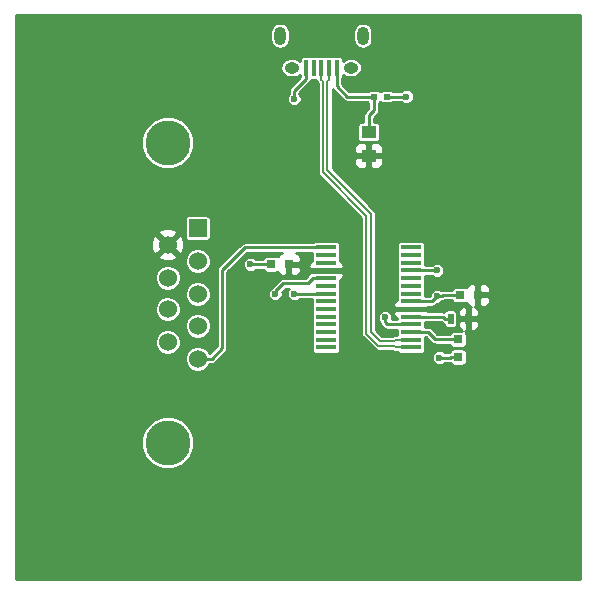
<source format=gtl>
G04 #@! TF.FileFunction,Copper,L1,Top,Signal*
%FSLAX46Y46*%
G04 Gerber Fmt 4.6, Leading zero omitted, Abs format (unit mm)*
G04 Created by KiCad (PCBNEW 4.0.2-stable) date Wed 04 May 2016 04:46:57 PM EDT*
%MOMM*%
G01*
G04 APERTURE LIST*
%ADD10C,0.100000*%
%ADD11R,0.600000X0.500000*%
%ADD12R,0.800000X0.750000*%
%ADD13R,0.750000X0.800000*%
%ADD14C,3.810000*%
%ADD15R,1.524000X1.524000*%
%ADD16C,1.524000*%
%ADD17R,1.250000X1.000000*%
%ADD18R,0.400000X1.350000*%
%ADD19O,1.250000X0.950000*%
%ADD20O,1.000000X1.550000*%
%ADD21R,1.750000X0.450000*%
%ADD22R,0.500000X0.900000*%
%ADD23C,0.600000*%
%ADD24C,0.250000*%
%ADD25C,0.200000*%
%ADD26C,0.254000*%
G04 APERTURE END LIST*
D10*
D11*
X161450000Y-78000000D03*
X162550000Y-78000000D03*
D12*
X154250000Y-92200000D03*
X152750000Y-92200000D03*
X170250000Y-94800000D03*
X168750000Y-94800000D03*
D13*
X168600000Y-98550000D03*
X168600000Y-100050000D03*
D14*
X144000000Y-81903000D03*
X144000000Y-107303000D03*
D15*
X146540000Y-89142000D03*
D16*
X146540000Y-91936000D03*
X146540000Y-94730000D03*
X146540000Y-97397000D03*
X146540000Y-100191000D03*
X144000000Y-98794000D03*
X144000000Y-96000000D03*
X144000000Y-93333000D03*
X144000000Y-90539000D03*
D17*
X161000000Y-81000000D03*
X161000000Y-83000000D03*
D18*
X158300900Y-75562540D03*
X157650900Y-75562540D03*
X157000900Y-75562540D03*
X156350900Y-75562540D03*
X155700900Y-75562540D03*
D19*
X159500900Y-75562540D03*
X154500900Y-75562540D03*
D20*
X160500900Y-72862540D03*
X153500900Y-72862540D03*
D21*
X157400000Y-90775000D03*
X157400000Y-91425000D03*
X157400000Y-92075000D03*
X157400000Y-92725000D03*
X157400000Y-93375000D03*
X157400000Y-94025000D03*
X157400000Y-94675000D03*
X157400000Y-95325000D03*
X157400000Y-95975000D03*
X157400000Y-96625000D03*
X157400000Y-97275000D03*
X157400000Y-97925000D03*
X157400000Y-98575000D03*
X157400000Y-99225000D03*
X164600000Y-99225000D03*
X164600000Y-98575000D03*
X164600000Y-97925000D03*
X164600000Y-97275000D03*
X164600000Y-96625000D03*
X164600000Y-95975000D03*
X164600000Y-95325000D03*
X164600000Y-94675000D03*
X164600000Y-94025000D03*
X164600000Y-93375000D03*
X164600000Y-92725000D03*
X164600000Y-92075000D03*
X164600000Y-91425000D03*
X164600000Y-90775000D03*
D22*
X167950000Y-96800000D03*
X169450000Y-96800000D03*
D23*
X162400000Y-96700000D03*
X151000000Y-92200000D03*
X167000000Y-100100000D03*
X166775000Y-92725000D03*
X166800000Y-94900000D03*
X154725000Y-94675000D03*
X154700000Y-78200000D03*
X164200000Y-78000000D03*
X153100000Y-94700000D03*
D24*
X161000000Y-79600000D02*
X161450000Y-79150000D01*
X161450000Y-79150000D02*
X161450000Y-78000000D01*
X161000000Y-81000000D02*
X161000000Y-79600000D01*
X158300900Y-77100900D02*
X159200000Y-78000000D01*
X159200000Y-78000000D02*
X161450000Y-78000000D01*
X158300900Y-75562540D02*
X158300900Y-77100900D01*
X162575000Y-97275000D02*
X162400000Y-97100000D01*
X162400000Y-97100000D02*
X162400000Y-96700000D01*
X164600000Y-97275000D02*
X162575000Y-97275000D01*
X152750000Y-92200000D02*
X151000000Y-92200000D01*
X167324264Y-94800000D02*
X168750000Y-94800000D01*
X166800000Y-94900000D02*
X167224264Y-94900000D01*
X167224264Y-94900000D02*
X167324264Y-94800000D01*
X167925000Y-100100000D02*
X167000000Y-100100000D01*
X168600000Y-100050000D02*
X167975000Y-100050000D01*
X167975000Y-100050000D02*
X167925000Y-100100000D01*
X164600000Y-92725000D02*
X166775000Y-92725000D01*
X166375000Y-95325000D02*
X166800000Y-94900000D01*
X164600000Y-95325000D02*
X166375000Y-95325000D01*
X157400000Y-94675000D02*
X154725000Y-94675000D01*
X154700000Y-77488440D02*
X154700000Y-78200000D01*
X155700900Y-75562540D02*
X155700900Y-76487540D01*
X155700900Y-76487540D02*
X154700000Y-77488440D01*
X162600000Y-78000000D02*
X164200000Y-78000000D01*
X162550000Y-78000000D02*
X162600000Y-78000000D01*
X166025000Y-97925000D02*
X166650000Y-98550000D01*
X166650000Y-98550000D02*
X168600000Y-98550000D01*
X164600000Y-97925000D02*
X166025000Y-97925000D01*
X157400000Y-90775000D02*
X150525000Y-90775000D01*
X150525000Y-90775000D02*
X148600000Y-92700000D01*
X148600000Y-92700000D02*
X148600000Y-99300000D01*
X148600000Y-99300000D02*
X147709000Y-100191000D01*
X147709000Y-100191000D02*
X146540000Y-100191000D01*
X153800000Y-93800000D02*
X153100000Y-94500000D01*
X153100000Y-94500000D02*
X153100000Y-94700000D01*
X155850000Y-93800000D02*
X153800000Y-93800000D01*
X157400000Y-93375000D02*
X156275000Y-93375000D01*
X156275000Y-93375000D02*
X155850000Y-93800000D01*
D25*
X161200000Y-97917158D02*
X161982842Y-98700000D01*
X161982842Y-98700000D02*
X163162500Y-98700000D01*
X163162500Y-98700000D02*
X163287500Y-98575000D01*
X163287500Y-98575000D02*
X164600000Y-98575000D01*
X161200000Y-87917158D02*
X161200000Y-97917158D01*
X157525900Y-84243058D02*
X161200000Y-87917158D01*
X157525900Y-76700040D02*
X157525900Y-84243058D01*
X157650900Y-75562540D02*
X157650900Y-76575040D01*
X157650900Y-76575040D02*
X157525900Y-76700040D01*
X160800000Y-98082842D02*
X161817158Y-99100000D01*
X163162500Y-99100000D02*
X163287500Y-99225000D01*
X163287500Y-99225000D02*
X164600000Y-99225000D01*
X161817158Y-99100000D02*
X163162500Y-99100000D01*
X160800000Y-88082842D02*
X160800000Y-98082842D01*
X157125900Y-84408742D02*
X160800000Y-88082842D01*
X157000900Y-75562540D02*
X157000900Y-76575040D01*
X157000900Y-76575040D02*
X157125900Y-76700040D01*
X157125900Y-76700040D02*
X157125900Y-84408742D01*
D24*
X167950000Y-96800000D02*
X167450000Y-96800000D01*
X167450000Y-96800000D02*
X167275000Y-96625000D01*
X167275000Y-96625000D02*
X165725000Y-96625000D01*
X165725000Y-96625000D02*
X164600000Y-96625000D01*
D26*
G36*
X178873000Y-118873000D02*
X131127000Y-118873000D01*
X131127000Y-107745024D01*
X141767614Y-107745024D01*
X142106700Y-108565674D01*
X142734023Y-109194094D01*
X143554080Y-109534611D01*
X144442024Y-109535386D01*
X145262674Y-109196300D01*
X145891094Y-108568977D01*
X146231611Y-107748920D01*
X146232386Y-106860976D01*
X145893300Y-106040326D01*
X145265977Y-105411906D01*
X144445920Y-105071389D01*
X143557976Y-105070614D01*
X142737326Y-105409700D01*
X142108906Y-106037023D01*
X141768389Y-106857080D01*
X141767614Y-107745024D01*
X131127000Y-107745024D01*
X131127000Y-100406665D01*
X145450811Y-100406665D01*
X145616252Y-100807063D01*
X145922326Y-101113671D01*
X146322434Y-101279811D01*
X146755665Y-101280189D01*
X147156063Y-101114748D01*
X147462671Y-100808674D01*
X147531465Y-100643000D01*
X147709000Y-100643000D01*
X147881973Y-100608594D01*
X148028612Y-100510612D01*
X148315053Y-100224171D01*
X166372891Y-100224171D01*
X166468145Y-100454703D01*
X166644369Y-100631235D01*
X166874735Y-100726891D01*
X167124171Y-100727109D01*
X167354703Y-100631855D01*
X167434698Y-100552000D01*
X167910786Y-100552000D01*
X167914395Y-100571179D01*
X167986012Y-100682474D01*
X168095286Y-100757138D01*
X168225000Y-100783406D01*
X168975000Y-100783406D01*
X169096179Y-100760605D01*
X169207474Y-100688988D01*
X169282138Y-100579714D01*
X169308406Y-100450000D01*
X169308406Y-99650000D01*
X169285605Y-99528821D01*
X169213988Y-99417526D01*
X169104714Y-99342862D01*
X168975000Y-99316594D01*
X168225000Y-99316594D01*
X168103821Y-99339395D01*
X167992526Y-99411012D01*
X167917862Y-99520286D01*
X167899066Y-99613104D01*
X167802027Y-99632406D01*
X167778689Y-99648000D01*
X167434728Y-99648000D01*
X167355631Y-99568765D01*
X167125265Y-99473109D01*
X166875829Y-99472891D01*
X166645297Y-99568145D01*
X166468765Y-99744369D01*
X166373109Y-99974735D01*
X166372891Y-100224171D01*
X148315053Y-100224171D01*
X148919612Y-99619612D01*
X149017594Y-99472973D01*
X149017610Y-99472891D01*
X149052000Y-99300000D01*
X149052000Y-94824171D01*
X152472891Y-94824171D01*
X152568145Y-95054703D01*
X152744369Y-95231235D01*
X152974735Y-95326891D01*
X153224171Y-95327109D01*
X153454703Y-95231855D01*
X153631235Y-95055631D01*
X153726891Y-94825265D01*
X153727109Y-94575829D01*
X153708480Y-94530744D01*
X153987225Y-94252000D01*
X154261252Y-94252000D01*
X154193765Y-94319369D01*
X154098109Y-94549735D01*
X154097891Y-94799171D01*
X154193145Y-95029703D01*
X154369369Y-95206235D01*
X154599735Y-95301891D01*
X154849171Y-95302109D01*
X155079703Y-95206855D01*
X155159698Y-95127000D01*
X156191594Y-95127000D01*
X156191594Y-95550000D01*
X156211101Y-95653673D01*
X156191594Y-95750000D01*
X156191594Y-96200000D01*
X156211101Y-96303673D01*
X156191594Y-96400000D01*
X156191594Y-96850000D01*
X156211101Y-96953673D01*
X156191594Y-97050000D01*
X156191594Y-97500000D01*
X156211101Y-97603673D01*
X156191594Y-97700000D01*
X156191594Y-98150000D01*
X156211101Y-98253673D01*
X156191594Y-98350000D01*
X156191594Y-98800000D01*
X156211101Y-98903673D01*
X156191594Y-99000000D01*
X156191594Y-99450000D01*
X156214395Y-99571179D01*
X156286012Y-99682474D01*
X156395286Y-99757138D01*
X156525000Y-99783406D01*
X158275000Y-99783406D01*
X158396179Y-99760605D01*
X158507474Y-99688988D01*
X158582138Y-99579714D01*
X158608406Y-99450000D01*
X158608406Y-99000000D01*
X158588899Y-98896327D01*
X158608406Y-98800000D01*
X158608406Y-98350000D01*
X158588899Y-98246327D01*
X158608406Y-98150000D01*
X158608406Y-97700000D01*
X158588899Y-97596327D01*
X158608406Y-97500000D01*
X158608406Y-97050000D01*
X158588899Y-96946327D01*
X158608406Y-96850000D01*
X158608406Y-96400000D01*
X158588899Y-96296327D01*
X158608406Y-96200000D01*
X158608406Y-95750000D01*
X158588899Y-95646327D01*
X158608406Y-95550000D01*
X158608406Y-95100000D01*
X158588899Y-94996327D01*
X158608406Y-94900000D01*
X158608406Y-94450000D01*
X158588899Y-94346327D01*
X158608406Y-94250000D01*
X158608406Y-93800000D01*
X158588899Y-93696327D01*
X158608406Y-93600000D01*
X158608406Y-93499218D01*
X158634698Y-93488327D01*
X158813327Y-93309699D01*
X158910000Y-93076310D01*
X158910000Y-92996250D01*
X158751250Y-92837500D01*
X158378236Y-92837500D01*
X158275000Y-92816594D01*
X156525000Y-92816594D01*
X156413892Y-92837500D01*
X156048750Y-92837500D01*
X155890000Y-92996250D01*
X155890000Y-93076310D01*
X155903024Y-93107752D01*
X155662776Y-93348000D01*
X153800000Y-93348000D01*
X153664260Y-93375000D01*
X153627026Y-93382406D01*
X153480387Y-93480388D01*
X152825960Y-94134816D01*
X152745297Y-94168145D01*
X152568765Y-94344369D01*
X152473109Y-94574735D01*
X152472891Y-94824171D01*
X149052000Y-94824171D01*
X149052000Y-92887224D01*
X150712224Y-91227000D01*
X153634365Y-91227000D01*
X153490302Y-91286673D01*
X153311673Y-91465301D01*
X153287654Y-91523287D01*
X153279714Y-91517862D01*
X153150000Y-91491594D01*
X152350000Y-91491594D01*
X152228821Y-91514395D01*
X152117526Y-91586012D01*
X152042862Y-91695286D01*
X152032187Y-91748000D01*
X151434728Y-91748000D01*
X151355631Y-91668765D01*
X151125265Y-91573109D01*
X150875829Y-91572891D01*
X150645297Y-91668145D01*
X150468765Y-91844369D01*
X150373109Y-92074735D01*
X150372891Y-92324171D01*
X150468145Y-92554703D01*
X150644369Y-92731235D01*
X150874735Y-92826891D01*
X151124171Y-92827109D01*
X151354703Y-92731855D01*
X151434698Y-92652000D01*
X152031082Y-92652000D01*
X152039395Y-92696179D01*
X152111012Y-92807474D01*
X152220286Y-92882138D01*
X152350000Y-92908406D01*
X153150000Y-92908406D01*
X153271179Y-92885605D01*
X153287095Y-92875363D01*
X153311673Y-92934699D01*
X153490302Y-93113327D01*
X153723691Y-93210000D01*
X153964250Y-93210000D01*
X154123000Y-93051250D01*
X154123000Y-92327000D01*
X154377000Y-92327000D01*
X154377000Y-93051250D01*
X154535750Y-93210000D01*
X154776309Y-93210000D01*
X155009698Y-93113327D01*
X155188327Y-92934699D01*
X155285000Y-92701310D01*
X155285000Y-92485750D01*
X155126250Y-92327000D01*
X154377000Y-92327000D01*
X154123000Y-92327000D01*
X154103000Y-92327000D01*
X154103000Y-92073000D01*
X154123000Y-92073000D01*
X154123000Y-92053000D01*
X154377000Y-92053000D01*
X154377000Y-92073000D01*
X155126250Y-92073000D01*
X155285000Y-91914250D01*
X155285000Y-91698690D01*
X155188327Y-91465301D01*
X155009698Y-91286673D01*
X154865635Y-91227000D01*
X156191594Y-91227000D01*
X156191594Y-91650000D01*
X156211101Y-91753673D01*
X156191594Y-91850000D01*
X156191594Y-91950782D01*
X156165302Y-91961673D01*
X155986673Y-92140301D01*
X155890000Y-92373690D01*
X155890000Y-92453750D01*
X156048750Y-92612500D01*
X156421764Y-92612500D01*
X156525000Y-92633406D01*
X158275000Y-92633406D01*
X158386108Y-92612500D01*
X158751250Y-92612500D01*
X158910000Y-92453750D01*
X158910000Y-92373690D01*
X158813327Y-92140301D01*
X158634698Y-91961673D01*
X158608406Y-91950782D01*
X158608406Y-91850000D01*
X158588899Y-91746327D01*
X158608406Y-91650000D01*
X158608406Y-91200000D01*
X158588899Y-91096327D01*
X158608406Y-91000000D01*
X158608406Y-90550000D01*
X158585605Y-90428821D01*
X158513988Y-90317526D01*
X158404714Y-90242862D01*
X158275000Y-90216594D01*
X156525000Y-90216594D01*
X156403821Y-90239395D01*
X156292526Y-90311012D01*
X156284335Y-90323000D01*
X150525000Y-90323000D01*
X150352027Y-90357406D01*
X150205388Y-90455388D01*
X148280388Y-92380388D01*
X148182406Y-92527027D01*
X148148000Y-92700000D01*
X148148000Y-99112776D01*
X147528683Y-99732093D01*
X147463748Y-99574937D01*
X147157674Y-99268329D01*
X146757566Y-99102189D01*
X146324335Y-99101811D01*
X145923937Y-99267252D01*
X145617329Y-99573326D01*
X145451189Y-99973434D01*
X145450811Y-100406665D01*
X131127000Y-100406665D01*
X131127000Y-99009665D01*
X142910811Y-99009665D01*
X143076252Y-99410063D01*
X143382326Y-99716671D01*
X143782434Y-99882811D01*
X144215665Y-99883189D01*
X144616063Y-99717748D01*
X144922671Y-99411674D01*
X145088811Y-99011566D01*
X145089189Y-98578335D01*
X144923748Y-98177937D01*
X144617674Y-97871329D01*
X144217566Y-97705189D01*
X143784335Y-97704811D01*
X143383937Y-97870252D01*
X143077329Y-98176326D01*
X142911189Y-98576434D01*
X142910811Y-99009665D01*
X131127000Y-99009665D01*
X131127000Y-97612665D01*
X145450811Y-97612665D01*
X145616252Y-98013063D01*
X145922326Y-98319671D01*
X146322434Y-98485811D01*
X146755665Y-98486189D01*
X147156063Y-98320748D01*
X147462671Y-98014674D01*
X147628811Y-97614566D01*
X147629189Y-97181335D01*
X147463748Y-96780937D01*
X147157674Y-96474329D01*
X146757566Y-96308189D01*
X146324335Y-96307811D01*
X145923937Y-96473252D01*
X145617329Y-96779326D01*
X145451189Y-97179434D01*
X145450811Y-97612665D01*
X131127000Y-97612665D01*
X131127000Y-96215665D01*
X142910811Y-96215665D01*
X143076252Y-96616063D01*
X143382326Y-96922671D01*
X143782434Y-97088811D01*
X144215665Y-97089189D01*
X144616063Y-96923748D01*
X144922671Y-96617674D01*
X145088811Y-96217566D01*
X145089189Y-95784335D01*
X144923748Y-95383937D01*
X144617674Y-95077329D01*
X144300594Y-94945665D01*
X145450811Y-94945665D01*
X145616252Y-95346063D01*
X145922326Y-95652671D01*
X146322434Y-95818811D01*
X146755665Y-95819189D01*
X147156063Y-95653748D01*
X147462671Y-95347674D01*
X147628811Y-94947566D01*
X147629189Y-94514335D01*
X147463748Y-94113937D01*
X147157674Y-93807329D01*
X146757566Y-93641189D01*
X146324335Y-93640811D01*
X145923937Y-93806252D01*
X145617329Y-94112326D01*
X145451189Y-94512434D01*
X145450811Y-94945665D01*
X144300594Y-94945665D01*
X144217566Y-94911189D01*
X143784335Y-94910811D01*
X143383937Y-95076252D01*
X143077329Y-95382326D01*
X142911189Y-95782434D01*
X142910811Y-96215665D01*
X131127000Y-96215665D01*
X131127000Y-93548665D01*
X142910811Y-93548665D01*
X143076252Y-93949063D01*
X143382326Y-94255671D01*
X143782434Y-94421811D01*
X144215665Y-94422189D01*
X144616063Y-94256748D01*
X144922671Y-93950674D01*
X145088811Y-93550566D01*
X145089189Y-93117335D01*
X144923748Y-92716937D01*
X144617674Y-92410329D01*
X144217566Y-92244189D01*
X143784335Y-92243811D01*
X143383937Y-92409252D01*
X143077329Y-92715326D01*
X142911189Y-93115434D01*
X142910811Y-93548665D01*
X131127000Y-93548665D01*
X131127000Y-92151665D01*
X145450811Y-92151665D01*
X145616252Y-92552063D01*
X145922326Y-92858671D01*
X146322434Y-93024811D01*
X146755665Y-93025189D01*
X147156063Y-92859748D01*
X147462671Y-92553674D01*
X147628811Y-92153566D01*
X147629189Y-91720335D01*
X147463748Y-91319937D01*
X147157674Y-91013329D01*
X146757566Y-90847189D01*
X146324335Y-90846811D01*
X145923937Y-91012252D01*
X145617329Y-91318326D01*
X145451189Y-91718434D01*
X145450811Y-92151665D01*
X131127000Y-92151665D01*
X131127000Y-91519213D01*
X143199392Y-91519213D01*
X143268857Y-91761397D01*
X143792302Y-91948144D01*
X144347368Y-91920362D01*
X144731143Y-91761397D01*
X144800608Y-91519213D01*
X144000000Y-90718605D01*
X143199392Y-91519213D01*
X131127000Y-91519213D01*
X131127000Y-90331302D01*
X142590856Y-90331302D01*
X142618638Y-90886368D01*
X142777603Y-91270143D01*
X143019787Y-91339608D01*
X143820395Y-90539000D01*
X144179605Y-90539000D01*
X144980213Y-91339608D01*
X145222397Y-91270143D01*
X145409144Y-90746698D01*
X145381362Y-90191632D01*
X145222397Y-89807857D01*
X144980213Y-89738392D01*
X144179605Y-90539000D01*
X143820395Y-90539000D01*
X143019787Y-89738392D01*
X142777603Y-89807857D01*
X142590856Y-90331302D01*
X131127000Y-90331302D01*
X131127000Y-89558787D01*
X143199392Y-89558787D01*
X144000000Y-90359395D01*
X144800608Y-89558787D01*
X144731143Y-89316603D01*
X144207698Y-89129856D01*
X143652632Y-89157638D01*
X143268857Y-89316603D01*
X143199392Y-89558787D01*
X131127000Y-89558787D01*
X131127000Y-88380000D01*
X145444594Y-88380000D01*
X145444594Y-89904000D01*
X145467395Y-90025179D01*
X145539012Y-90136474D01*
X145648286Y-90211138D01*
X145778000Y-90237406D01*
X147302000Y-90237406D01*
X147423179Y-90214605D01*
X147534474Y-90142988D01*
X147609138Y-90033714D01*
X147635406Y-89904000D01*
X147635406Y-88380000D01*
X147612605Y-88258821D01*
X147540988Y-88147526D01*
X147431714Y-88072862D01*
X147302000Y-88046594D01*
X145778000Y-88046594D01*
X145656821Y-88069395D01*
X145545526Y-88141012D01*
X145470862Y-88250286D01*
X145444594Y-88380000D01*
X131127000Y-88380000D01*
X131127000Y-82345024D01*
X141767614Y-82345024D01*
X142106700Y-83165674D01*
X142734023Y-83794094D01*
X143554080Y-84134611D01*
X144442024Y-84135386D01*
X145262674Y-83796300D01*
X145891094Y-83168977D01*
X146231611Y-82348920D01*
X146232386Y-81460976D01*
X145893300Y-80640326D01*
X145265977Y-80011906D01*
X144445920Y-79671389D01*
X143557976Y-79670614D01*
X142737326Y-80009700D01*
X142108906Y-80637023D01*
X141768389Y-81457080D01*
X141767614Y-82345024D01*
X131127000Y-82345024D01*
X131127000Y-75562540D01*
X153530249Y-75562540D01*
X153591298Y-75869452D01*
X153765149Y-76129640D01*
X154025337Y-76303491D01*
X154332249Y-76364540D01*
X154669551Y-76364540D01*
X154976463Y-76303491D01*
X155167494Y-76175849D01*
X155167494Y-76237540D01*
X155190295Y-76358719D01*
X155190374Y-76358841D01*
X154380388Y-77168828D01*
X154282406Y-77315467D01*
X154248000Y-77488440D01*
X154248000Y-77765272D01*
X154168765Y-77844369D01*
X154073109Y-78074735D01*
X154072891Y-78324171D01*
X154168145Y-78554703D01*
X154344369Y-78731235D01*
X154574735Y-78826891D01*
X154824171Y-78827109D01*
X155054703Y-78731855D01*
X155231235Y-78555631D01*
X155326891Y-78325265D01*
X155327109Y-78075829D01*
X155231855Y-77845297D01*
X155152000Y-77765302D01*
X155152000Y-77675664D01*
X156020512Y-76807153D01*
X156118494Y-76660513D01*
X156135495Y-76575040D01*
X156136875Y-76568106D01*
X156150900Y-76570946D01*
X156550900Y-76570946D01*
X156573900Y-76566618D01*
X156573900Y-76575035D01*
X156573899Y-76575040D01*
X156606403Y-76738446D01*
X156698900Y-76876878D01*
X156698900Y-84408737D01*
X156698899Y-84408742D01*
X156731403Y-84572148D01*
X156823965Y-84710677D01*
X160373000Y-88259712D01*
X160373000Y-98082837D01*
X160372999Y-98082842D01*
X160405503Y-98246248D01*
X160498065Y-98384777D01*
X161515221Y-99401932D01*
X161515223Y-99401935D01*
X161621539Y-99472973D01*
X161653752Y-99494497D01*
X161817158Y-99527001D01*
X161817163Y-99527000D01*
X162985662Y-99527000D01*
X163124094Y-99619497D01*
X163287500Y-99652001D01*
X163287505Y-99652000D01*
X163466402Y-99652000D01*
X163486012Y-99682474D01*
X163595286Y-99757138D01*
X163725000Y-99783406D01*
X165475000Y-99783406D01*
X165596179Y-99760605D01*
X165707474Y-99688988D01*
X165782138Y-99579714D01*
X165808406Y-99450000D01*
X165808406Y-99000000D01*
X165788899Y-98896327D01*
X165808406Y-98800000D01*
X165808406Y-98377000D01*
X165837776Y-98377000D01*
X166330387Y-98869612D01*
X166477026Y-98967594D01*
X166505724Y-98973302D01*
X166650000Y-99002000D01*
X167901378Y-99002000D01*
X167914395Y-99071179D01*
X167986012Y-99182474D01*
X168095286Y-99257138D01*
X168225000Y-99283406D01*
X168975000Y-99283406D01*
X169096179Y-99260605D01*
X169207474Y-99188988D01*
X169282138Y-99079714D01*
X169308406Y-98950000D01*
X169308406Y-98150000D01*
X169285605Y-98028821D01*
X169213988Y-97917526D01*
X169166305Y-97884945D01*
X169325000Y-97726250D01*
X169325000Y-96927000D01*
X169575000Y-96927000D01*
X169575000Y-97726250D01*
X169733750Y-97885000D01*
X169826309Y-97885000D01*
X170059698Y-97788327D01*
X170238327Y-97609699D01*
X170335000Y-97376310D01*
X170335000Y-97085750D01*
X170176250Y-96927000D01*
X169575000Y-96927000D01*
X169325000Y-96927000D01*
X168723750Y-96927000D01*
X168565000Y-97085750D01*
X168565000Y-97376310D01*
X168661673Y-97609699D01*
X168840302Y-97788327D01*
X168908544Y-97816594D01*
X168225000Y-97816594D01*
X168103821Y-97839395D01*
X167992526Y-97911012D01*
X167917862Y-98020286D01*
X167902124Y-98098000D01*
X166837225Y-98098000D01*
X166344612Y-97605388D01*
X166197973Y-97507406D01*
X166025000Y-97473000D01*
X165808406Y-97473000D01*
X165808406Y-97077000D01*
X167087775Y-97077000D01*
X167130387Y-97119612D01*
X167277027Y-97217594D01*
X167366594Y-97235410D01*
X167366594Y-97250000D01*
X167389395Y-97371179D01*
X167461012Y-97482474D01*
X167570286Y-97557138D01*
X167700000Y-97583406D01*
X168200000Y-97583406D01*
X168321179Y-97560605D01*
X168432474Y-97488988D01*
X168507138Y-97379714D01*
X168533406Y-97250000D01*
X168533406Y-96350000D01*
X168510605Y-96228821D01*
X168507304Y-96223690D01*
X168565000Y-96223690D01*
X168565000Y-96514250D01*
X168723750Y-96673000D01*
X169325000Y-96673000D01*
X169325000Y-95873750D01*
X169166250Y-95715000D01*
X169073691Y-95715000D01*
X168840302Y-95811673D01*
X168661673Y-95990301D01*
X168565000Y-96223690D01*
X168507304Y-96223690D01*
X168438988Y-96117526D01*
X168329714Y-96042862D01*
X168200000Y-96016594D01*
X167700000Y-96016594D01*
X167578821Y-96039395D01*
X167467526Y-96111012D01*
X167407204Y-96199297D01*
X167275000Y-96173000D01*
X166036750Y-96173000D01*
X165951250Y-96087500D01*
X165578236Y-96087500D01*
X165475000Y-96066594D01*
X163725000Y-96066594D01*
X163613892Y-96087500D01*
X163248750Y-96087500D01*
X163090000Y-96246250D01*
X163090000Y-96326310D01*
X163186673Y-96559699D01*
X163365302Y-96738327D01*
X163391594Y-96749218D01*
X163391594Y-96823000D01*
X163026893Y-96823000D01*
X163027109Y-96575829D01*
X162931855Y-96345297D01*
X162755631Y-96168765D01*
X162525265Y-96073109D01*
X162275829Y-96072891D01*
X162045297Y-96168145D01*
X161868765Y-96344369D01*
X161773109Y-96574735D01*
X161772891Y-96824171D01*
X161868145Y-97054703D01*
X161956619Y-97143332D01*
X161982406Y-97272973D01*
X162080388Y-97419612D01*
X162255387Y-97594612D01*
X162395668Y-97688345D01*
X162402027Y-97692594D01*
X162575000Y-97727000D01*
X163391594Y-97727000D01*
X163391594Y-98148000D01*
X163287505Y-98148000D01*
X163287500Y-98147999D01*
X163136994Y-98177937D01*
X163124094Y-98180503D01*
X162985662Y-98273000D01*
X162159711Y-98273000D01*
X161627000Y-97740288D01*
X161627000Y-95623690D01*
X163090000Y-95623690D01*
X163090000Y-95703750D01*
X163248750Y-95862500D01*
X163621764Y-95862500D01*
X163725000Y-95883406D01*
X165475000Y-95883406D01*
X165586108Y-95862500D01*
X165951250Y-95862500D01*
X166036750Y-95777000D01*
X166375000Y-95777000D01*
X166547973Y-95742594D01*
X166694612Y-95644612D01*
X166812213Y-95527011D01*
X166924171Y-95527109D01*
X167154703Y-95431855D01*
X167237294Y-95349408D01*
X167397237Y-95317594D01*
X167495404Y-95252000D01*
X168031082Y-95252000D01*
X168039395Y-95296179D01*
X168111012Y-95407474D01*
X168220286Y-95482138D01*
X168350000Y-95508406D01*
X169150000Y-95508406D01*
X169271179Y-95485605D01*
X169287095Y-95475363D01*
X169311673Y-95534699D01*
X169490302Y-95713327D01*
X169663629Y-95785121D01*
X169575000Y-95873750D01*
X169575000Y-96673000D01*
X170176250Y-96673000D01*
X170335000Y-96514250D01*
X170335000Y-96223690D01*
X170238327Y-95990301D01*
X170059698Y-95811673D01*
X169991023Y-95783227D01*
X170123000Y-95651250D01*
X170123000Y-94927000D01*
X170377000Y-94927000D01*
X170377000Y-95651250D01*
X170535750Y-95810000D01*
X170776309Y-95810000D01*
X171009698Y-95713327D01*
X171188327Y-95534699D01*
X171285000Y-95301310D01*
X171285000Y-95085750D01*
X171126250Y-94927000D01*
X170377000Y-94927000D01*
X170123000Y-94927000D01*
X170103000Y-94927000D01*
X170103000Y-94673000D01*
X170123000Y-94673000D01*
X170123000Y-93948750D01*
X170377000Y-93948750D01*
X170377000Y-94673000D01*
X171126250Y-94673000D01*
X171285000Y-94514250D01*
X171285000Y-94298690D01*
X171188327Y-94065301D01*
X171009698Y-93886673D01*
X170776309Y-93790000D01*
X170535750Y-93790000D01*
X170377000Y-93948750D01*
X170123000Y-93948750D01*
X169964250Y-93790000D01*
X169723691Y-93790000D01*
X169490302Y-93886673D01*
X169311673Y-94065301D01*
X169287654Y-94123287D01*
X169279714Y-94117862D01*
X169150000Y-94091594D01*
X168350000Y-94091594D01*
X168228821Y-94114395D01*
X168117526Y-94186012D01*
X168042862Y-94295286D01*
X168032187Y-94348000D01*
X167324264Y-94348000D01*
X167166273Y-94379426D01*
X167155631Y-94368765D01*
X166925265Y-94273109D01*
X166675829Y-94272891D01*
X166445297Y-94368145D01*
X166268765Y-94544369D01*
X166173109Y-94774735D01*
X166173023Y-94873000D01*
X165808406Y-94873000D01*
X165808406Y-94450000D01*
X165788899Y-94346327D01*
X165808406Y-94250000D01*
X165808406Y-93800000D01*
X165788899Y-93696327D01*
X165808406Y-93600000D01*
X165808406Y-93177000D01*
X166340272Y-93177000D01*
X166419369Y-93256235D01*
X166649735Y-93351891D01*
X166899171Y-93352109D01*
X167129703Y-93256855D01*
X167306235Y-93080631D01*
X167401891Y-92850265D01*
X167402109Y-92600829D01*
X167306855Y-92370297D01*
X167130631Y-92193765D01*
X166900265Y-92098109D01*
X166650829Y-92097891D01*
X166420297Y-92193145D01*
X166340302Y-92273000D01*
X165808406Y-92273000D01*
X165808406Y-91850000D01*
X165788899Y-91746327D01*
X165808406Y-91650000D01*
X165808406Y-91200000D01*
X165788899Y-91096327D01*
X165808406Y-91000000D01*
X165808406Y-90550000D01*
X165785605Y-90428821D01*
X165713988Y-90317526D01*
X165604714Y-90242862D01*
X165475000Y-90216594D01*
X163725000Y-90216594D01*
X163603821Y-90239395D01*
X163492526Y-90311012D01*
X163417862Y-90420286D01*
X163391594Y-90550000D01*
X163391594Y-91000000D01*
X163411101Y-91103673D01*
X163391594Y-91200000D01*
X163391594Y-91650000D01*
X163411101Y-91753673D01*
X163391594Y-91850000D01*
X163391594Y-92300000D01*
X163411101Y-92403673D01*
X163391594Y-92500000D01*
X163391594Y-92950000D01*
X163411101Y-93053673D01*
X163391594Y-93150000D01*
X163391594Y-93600000D01*
X163411101Y-93703673D01*
X163391594Y-93800000D01*
X163391594Y-94250000D01*
X163411101Y-94353673D01*
X163391594Y-94450000D01*
X163391594Y-94900000D01*
X163411101Y-95003673D01*
X163391594Y-95100000D01*
X163391594Y-95200782D01*
X163365302Y-95211673D01*
X163186673Y-95390301D01*
X163090000Y-95623690D01*
X161627000Y-95623690D01*
X161627000Y-87917163D01*
X161627001Y-87917158D01*
X161594497Y-87753752D01*
X161501935Y-87615223D01*
X157952900Y-84066188D01*
X157952900Y-83285750D01*
X159740000Y-83285750D01*
X159740000Y-83626309D01*
X159836673Y-83859698D01*
X160015301Y-84038327D01*
X160248690Y-84135000D01*
X160714250Y-84135000D01*
X160873000Y-83976250D01*
X160873000Y-83127000D01*
X161127000Y-83127000D01*
X161127000Y-83976250D01*
X161285750Y-84135000D01*
X161751310Y-84135000D01*
X161984699Y-84038327D01*
X162163327Y-83859698D01*
X162260000Y-83626309D01*
X162260000Y-83285750D01*
X162101250Y-83127000D01*
X161127000Y-83127000D01*
X160873000Y-83127000D01*
X159898750Y-83127000D01*
X159740000Y-83285750D01*
X157952900Y-83285750D01*
X157952900Y-82373691D01*
X159740000Y-82373691D01*
X159740000Y-82714250D01*
X159898750Y-82873000D01*
X160873000Y-82873000D01*
X160873000Y-82023750D01*
X161127000Y-82023750D01*
X161127000Y-82873000D01*
X162101250Y-82873000D01*
X162260000Y-82714250D01*
X162260000Y-82373691D01*
X162163327Y-82140302D01*
X161984699Y-81961673D01*
X161751310Y-81865000D01*
X161285750Y-81865000D01*
X161127000Y-82023750D01*
X160873000Y-82023750D01*
X160714250Y-81865000D01*
X160248690Y-81865000D01*
X160015301Y-81961673D01*
X159836673Y-82140302D01*
X159740000Y-82373691D01*
X157952900Y-82373691D01*
X157952900Y-77378027D01*
X157981288Y-77420512D01*
X158880387Y-78319612D01*
X158970336Y-78379714D01*
X159027027Y-78417594D01*
X159200000Y-78452000D01*
X160891402Y-78452000D01*
X160911012Y-78482474D01*
X160998000Y-78541911D01*
X160998000Y-78962776D01*
X160680388Y-79280388D01*
X160582406Y-79427027D01*
X160548000Y-79600000D01*
X160548000Y-80166594D01*
X160375000Y-80166594D01*
X160253821Y-80189395D01*
X160142526Y-80261012D01*
X160067862Y-80370286D01*
X160041594Y-80500000D01*
X160041594Y-81500000D01*
X160064395Y-81621179D01*
X160136012Y-81732474D01*
X160245286Y-81807138D01*
X160375000Y-81833406D01*
X161625000Y-81833406D01*
X161746179Y-81810605D01*
X161857474Y-81738988D01*
X161932138Y-81629714D01*
X161958406Y-81500000D01*
X161958406Y-80500000D01*
X161935605Y-80378821D01*
X161863988Y-80267526D01*
X161754714Y-80192862D01*
X161625000Y-80166594D01*
X161452000Y-80166594D01*
X161452000Y-79787224D01*
X161769612Y-79469612D01*
X161867594Y-79322973D01*
X161902000Y-79150000D01*
X161902000Y-78540772D01*
X161982474Y-78488988D01*
X161999330Y-78464319D01*
X162011012Y-78482474D01*
X162120286Y-78557138D01*
X162250000Y-78583406D01*
X162850000Y-78583406D01*
X162971179Y-78560605D01*
X163082474Y-78488988D01*
X163107747Y-78452000D01*
X163765272Y-78452000D01*
X163844369Y-78531235D01*
X164074735Y-78626891D01*
X164324171Y-78627109D01*
X164554703Y-78531855D01*
X164731235Y-78355631D01*
X164826891Y-78125265D01*
X164827109Y-77875829D01*
X164731855Y-77645297D01*
X164555631Y-77468765D01*
X164325265Y-77373109D01*
X164075829Y-77372891D01*
X163845297Y-77468145D01*
X163765302Y-77548000D01*
X163108598Y-77548000D01*
X163088988Y-77517526D01*
X162979714Y-77442862D01*
X162850000Y-77416594D01*
X162250000Y-77416594D01*
X162128821Y-77439395D01*
X162017526Y-77511012D01*
X162000670Y-77535681D01*
X161988988Y-77517526D01*
X161879714Y-77442862D01*
X161750000Y-77416594D01*
X161150000Y-77416594D01*
X161028821Y-77439395D01*
X160917526Y-77511012D01*
X160892253Y-77548000D01*
X159387225Y-77548000D01*
X158752900Y-76913676D01*
X158752900Y-76447951D01*
X158808038Y-76367254D01*
X158834306Y-76237540D01*
X158834306Y-76175849D01*
X159025337Y-76303491D01*
X159332249Y-76364540D01*
X159669551Y-76364540D01*
X159976463Y-76303491D01*
X160236651Y-76129640D01*
X160410502Y-75869452D01*
X160471551Y-75562540D01*
X160410502Y-75255628D01*
X160236651Y-74995440D01*
X159976463Y-74821589D01*
X159669551Y-74760540D01*
X159332249Y-74760540D01*
X159025337Y-74821589D01*
X158834306Y-74949231D01*
X158834306Y-74887540D01*
X158811505Y-74766361D01*
X158739888Y-74655066D01*
X158630614Y-74580402D01*
X158500900Y-74554134D01*
X158100900Y-74554134D01*
X157979721Y-74576935D01*
X157975837Y-74579435D01*
X157850900Y-74554134D01*
X157450900Y-74554134D01*
X157329721Y-74576935D01*
X157325837Y-74579435D01*
X157200900Y-74554134D01*
X156800900Y-74554134D01*
X156679721Y-74576935D01*
X156675837Y-74579435D01*
X156550900Y-74554134D01*
X156150900Y-74554134D01*
X156029721Y-74576935D01*
X156025837Y-74579435D01*
X155900900Y-74554134D01*
X155500900Y-74554134D01*
X155379721Y-74576935D01*
X155268426Y-74648552D01*
X155193762Y-74757826D01*
X155167494Y-74887540D01*
X155167494Y-74949231D01*
X154976463Y-74821589D01*
X154669551Y-74760540D01*
X154332249Y-74760540D01*
X154025337Y-74821589D01*
X153765149Y-74995440D01*
X153591298Y-75255628D01*
X153530249Y-75562540D01*
X131127000Y-75562540D01*
X131127000Y-72565951D01*
X152673900Y-72565951D01*
X152673900Y-73159129D01*
X152736852Y-73475608D01*
X152916123Y-73743906D01*
X153184421Y-73923177D01*
X153500900Y-73986129D01*
X153817379Y-73923177D01*
X154085677Y-73743906D01*
X154264948Y-73475608D01*
X154327900Y-73159129D01*
X154327900Y-72565951D01*
X159673900Y-72565951D01*
X159673900Y-73159129D01*
X159736852Y-73475608D01*
X159916123Y-73743906D01*
X160184421Y-73923177D01*
X160500900Y-73986129D01*
X160817379Y-73923177D01*
X161085677Y-73743906D01*
X161264948Y-73475608D01*
X161327900Y-73159129D01*
X161327900Y-72565951D01*
X161264948Y-72249472D01*
X161085677Y-71981174D01*
X160817379Y-71801903D01*
X160500900Y-71738951D01*
X160184421Y-71801903D01*
X159916123Y-71981174D01*
X159736852Y-72249472D01*
X159673900Y-72565951D01*
X154327900Y-72565951D01*
X154264948Y-72249472D01*
X154085677Y-71981174D01*
X153817379Y-71801903D01*
X153500900Y-71738951D01*
X153184421Y-71801903D01*
X152916123Y-71981174D01*
X152736852Y-72249472D01*
X152673900Y-72565951D01*
X131127000Y-72565951D01*
X131127000Y-71127000D01*
X178873000Y-71127000D01*
X178873000Y-118873000D01*
X178873000Y-118873000D01*
G37*
X178873000Y-118873000D02*
X131127000Y-118873000D01*
X131127000Y-107745024D01*
X141767614Y-107745024D01*
X142106700Y-108565674D01*
X142734023Y-109194094D01*
X143554080Y-109534611D01*
X144442024Y-109535386D01*
X145262674Y-109196300D01*
X145891094Y-108568977D01*
X146231611Y-107748920D01*
X146232386Y-106860976D01*
X145893300Y-106040326D01*
X145265977Y-105411906D01*
X144445920Y-105071389D01*
X143557976Y-105070614D01*
X142737326Y-105409700D01*
X142108906Y-106037023D01*
X141768389Y-106857080D01*
X141767614Y-107745024D01*
X131127000Y-107745024D01*
X131127000Y-100406665D01*
X145450811Y-100406665D01*
X145616252Y-100807063D01*
X145922326Y-101113671D01*
X146322434Y-101279811D01*
X146755665Y-101280189D01*
X147156063Y-101114748D01*
X147462671Y-100808674D01*
X147531465Y-100643000D01*
X147709000Y-100643000D01*
X147881973Y-100608594D01*
X148028612Y-100510612D01*
X148315053Y-100224171D01*
X166372891Y-100224171D01*
X166468145Y-100454703D01*
X166644369Y-100631235D01*
X166874735Y-100726891D01*
X167124171Y-100727109D01*
X167354703Y-100631855D01*
X167434698Y-100552000D01*
X167910786Y-100552000D01*
X167914395Y-100571179D01*
X167986012Y-100682474D01*
X168095286Y-100757138D01*
X168225000Y-100783406D01*
X168975000Y-100783406D01*
X169096179Y-100760605D01*
X169207474Y-100688988D01*
X169282138Y-100579714D01*
X169308406Y-100450000D01*
X169308406Y-99650000D01*
X169285605Y-99528821D01*
X169213988Y-99417526D01*
X169104714Y-99342862D01*
X168975000Y-99316594D01*
X168225000Y-99316594D01*
X168103821Y-99339395D01*
X167992526Y-99411012D01*
X167917862Y-99520286D01*
X167899066Y-99613104D01*
X167802027Y-99632406D01*
X167778689Y-99648000D01*
X167434728Y-99648000D01*
X167355631Y-99568765D01*
X167125265Y-99473109D01*
X166875829Y-99472891D01*
X166645297Y-99568145D01*
X166468765Y-99744369D01*
X166373109Y-99974735D01*
X166372891Y-100224171D01*
X148315053Y-100224171D01*
X148919612Y-99619612D01*
X149017594Y-99472973D01*
X149017610Y-99472891D01*
X149052000Y-99300000D01*
X149052000Y-94824171D01*
X152472891Y-94824171D01*
X152568145Y-95054703D01*
X152744369Y-95231235D01*
X152974735Y-95326891D01*
X153224171Y-95327109D01*
X153454703Y-95231855D01*
X153631235Y-95055631D01*
X153726891Y-94825265D01*
X153727109Y-94575829D01*
X153708480Y-94530744D01*
X153987225Y-94252000D01*
X154261252Y-94252000D01*
X154193765Y-94319369D01*
X154098109Y-94549735D01*
X154097891Y-94799171D01*
X154193145Y-95029703D01*
X154369369Y-95206235D01*
X154599735Y-95301891D01*
X154849171Y-95302109D01*
X155079703Y-95206855D01*
X155159698Y-95127000D01*
X156191594Y-95127000D01*
X156191594Y-95550000D01*
X156211101Y-95653673D01*
X156191594Y-95750000D01*
X156191594Y-96200000D01*
X156211101Y-96303673D01*
X156191594Y-96400000D01*
X156191594Y-96850000D01*
X156211101Y-96953673D01*
X156191594Y-97050000D01*
X156191594Y-97500000D01*
X156211101Y-97603673D01*
X156191594Y-97700000D01*
X156191594Y-98150000D01*
X156211101Y-98253673D01*
X156191594Y-98350000D01*
X156191594Y-98800000D01*
X156211101Y-98903673D01*
X156191594Y-99000000D01*
X156191594Y-99450000D01*
X156214395Y-99571179D01*
X156286012Y-99682474D01*
X156395286Y-99757138D01*
X156525000Y-99783406D01*
X158275000Y-99783406D01*
X158396179Y-99760605D01*
X158507474Y-99688988D01*
X158582138Y-99579714D01*
X158608406Y-99450000D01*
X158608406Y-99000000D01*
X158588899Y-98896327D01*
X158608406Y-98800000D01*
X158608406Y-98350000D01*
X158588899Y-98246327D01*
X158608406Y-98150000D01*
X158608406Y-97700000D01*
X158588899Y-97596327D01*
X158608406Y-97500000D01*
X158608406Y-97050000D01*
X158588899Y-96946327D01*
X158608406Y-96850000D01*
X158608406Y-96400000D01*
X158588899Y-96296327D01*
X158608406Y-96200000D01*
X158608406Y-95750000D01*
X158588899Y-95646327D01*
X158608406Y-95550000D01*
X158608406Y-95100000D01*
X158588899Y-94996327D01*
X158608406Y-94900000D01*
X158608406Y-94450000D01*
X158588899Y-94346327D01*
X158608406Y-94250000D01*
X158608406Y-93800000D01*
X158588899Y-93696327D01*
X158608406Y-93600000D01*
X158608406Y-93499218D01*
X158634698Y-93488327D01*
X158813327Y-93309699D01*
X158910000Y-93076310D01*
X158910000Y-92996250D01*
X158751250Y-92837500D01*
X158378236Y-92837500D01*
X158275000Y-92816594D01*
X156525000Y-92816594D01*
X156413892Y-92837500D01*
X156048750Y-92837500D01*
X155890000Y-92996250D01*
X155890000Y-93076310D01*
X155903024Y-93107752D01*
X155662776Y-93348000D01*
X153800000Y-93348000D01*
X153664260Y-93375000D01*
X153627026Y-93382406D01*
X153480387Y-93480388D01*
X152825960Y-94134816D01*
X152745297Y-94168145D01*
X152568765Y-94344369D01*
X152473109Y-94574735D01*
X152472891Y-94824171D01*
X149052000Y-94824171D01*
X149052000Y-92887224D01*
X150712224Y-91227000D01*
X153634365Y-91227000D01*
X153490302Y-91286673D01*
X153311673Y-91465301D01*
X153287654Y-91523287D01*
X153279714Y-91517862D01*
X153150000Y-91491594D01*
X152350000Y-91491594D01*
X152228821Y-91514395D01*
X152117526Y-91586012D01*
X152042862Y-91695286D01*
X152032187Y-91748000D01*
X151434728Y-91748000D01*
X151355631Y-91668765D01*
X151125265Y-91573109D01*
X150875829Y-91572891D01*
X150645297Y-91668145D01*
X150468765Y-91844369D01*
X150373109Y-92074735D01*
X150372891Y-92324171D01*
X150468145Y-92554703D01*
X150644369Y-92731235D01*
X150874735Y-92826891D01*
X151124171Y-92827109D01*
X151354703Y-92731855D01*
X151434698Y-92652000D01*
X152031082Y-92652000D01*
X152039395Y-92696179D01*
X152111012Y-92807474D01*
X152220286Y-92882138D01*
X152350000Y-92908406D01*
X153150000Y-92908406D01*
X153271179Y-92885605D01*
X153287095Y-92875363D01*
X153311673Y-92934699D01*
X153490302Y-93113327D01*
X153723691Y-93210000D01*
X153964250Y-93210000D01*
X154123000Y-93051250D01*
X154123000Y-92327000D01*
X154377000Y-92327000D01*
X154377000Y-93051250D01*
X154535750Y-93210000D01*
X154776309Y-93210000D01*
X155009698Y-93113327D01*
X155188327Y-92934699D01*
X155285000Y-92701310D01*
X155285000Y-92485750D01*
X155126250Y-92327000D01*
X154377000Y-92327000D01*
X154123000Y-92327000D01*
X154103000Y-92327000D01*
X154103000Y-92073000D01*
X154123000Y-92073000D01*
X154123000Y-92053000D01*
X154377000Y-92053000D01*
X154377000Y-92073000D01*
X155126250Y-92073000D01*
X155285000Y-91914250D01*
X155285000Y-91698690D01*
X155188327Y-91465301D01*
X155009698Y-91286673D01*
X154865635Y-91227000D01*
X156191594Y-91227000D01*
X156191594Y-91650000D01*
X156211101Y-91753673D01*
X156191594Y-91850000D01*
X156191594Y-91950782D01*
X156165302Y-91961673D01*
X155986673Y-92140301D01*
X155890000Y-92373690D01*
X155890000Y-92453750D01*
X156048750Y-92612500D01*
X156421764Y-92612500D01*
X156525000Y-92633406D01*
X158275000Y-92633406D01*
X158386108Y-92612500D01*
X158751250Y-92612500D01*
X158910000Y-92453750D01*
X158910000Y-92373690D01*
X158813327Y-92140301D01*
X158634698Y-91961673D01*
X158608406Y-91950782D01*
X158608406Y-91850000D01*
X158588899Y-91746327D01*
X158608406Y-91650000D01*
X158608406Y-91200000D01*
X158588899Y-91096327D01*
X158608406Y-91000000D01*
X158608406Y-90550000D01*
X158585605Y-90428821D01*
X158513988Y-90317526D01*
X158404714Y-90242862D01*
X158275000Y-90216594D01*
X156525000Y-90216594D01*
X156403821Y-90239395D01*
X156292526Y-90311012D01*
X156284335Y-90323000D01*
X150525000Y-90323000D01*
X150352027Y-90357406D01*
X150205388Y-90455388D01*
X148280388Y-92380388D01*
X148182406Y-92527027D01*
X148148000Y-92700000D01*
X148148000Y-99112776D01*
X147528683Y-99732093D01*
X147463748Y-99574937D01*
X147157674Y-99268329D01*
X146757566Y-99102189D01*
X146324335Y-99101811D01*
X145923937Y-99267252D01*
X145617329Y-99573326D01*
X145451189Y-99973434D01*
X145450811Y-100406665D01*
X131127000Y-100406665D01*
X131127000Y-99009665D01*
X142910811Y-99009665D01*
X143076252Y-99410063D01*
X143382326Y-99716671D01*
X143782434Y-99882811D01*
X144215665Y-99883189D01*
X144616063Y-99717748D01*
X144922671Y-99411674D01*
X145088811Y-99011566D01*
X145089189Y-98578335D01*
X144923748Y-98177937D01*
X144617674Y-97871329D01*
X144217566Y-97705189D01*
X143784335Y-97704811D01*
X143383937Y-97870252D01*
X143077329Y-98176326D01*
X142911189Y-98576434D01*
X142910811Y-99009665D01*
X131127000Y-99009665D01*
X131127000Y-97612665D01*
X145450811Y-97612665D01*
X145616252Y-98013063D01*
X145922326Y-98319671D01*
X146322434Y-98485811D01*
X146755665Y-98486189D01*
X147156063Y-98320748D01*
X147462671Y-98014674D01*
X147628811Y-97614566D01*
X147629189Y-97181335D01*
X147463748Y-96780937D01*
X147157674Y-96474329D01*
X146757566Y-96308189D01*
X146324335Y-96307811D01*
X145923937Y-96473252D01*
X145617329Y-96779326D01*
X145451189Y-97179434D01*
X145450811Y-97612665D01*
X131127000Y-97612665D01*
X131127000Y-96215665D01*
X142910811Y-96215665D01*
X143076252Y-96616063D01*
X143382326Y-96922671D01*
X143782434Y-97088811D01*
X144215665Y-97089189D01*
X144616063Y-96923748D01*
X144922671Y-96617674D01*
X145088811Y-96217566D01*
X145089189Y-95784335D01*
X144923748Y-95383937D01*
X144617674Y-95077329D01*
X144300594Y-94945665D01*
X145450811Y-94945665D01*
X145616252Y-95346063D01*
X145922326Y-95652671D01*
X146322434Y-95818811D01*
X146755665Y-95819189D01*
X147156063Y-95653748D01*
X147462671Y-95347674D01*
X147628811Y-94947566D01*
X147629189Y-94514335D01*
X147463748Y-94113937D01*
X147157674Y-93807329D01*
X146757566Y-93641189D01*
X146324335Y-93640811D01*
X145923937Y-93806252D01*
X145617329Y-94112326D01*
X145451189Y-94512434D01*
X145450811Y-94945665D01*
X144300594Y-94945665D01*
X144217566Y-94911189D01*
X143784335Y-94910811D01*
X143383937Y-95076252D01*
X143077329Y-95382326D01*
X142911189Y-95782434D01*
X142910811Y-96215665D01*
X131127000Y-96215665D01*
X131127000Y-93548665D01*
X142910811Y-93548665D01*
X143076252Y-93949063D01*
X143382326Y-94255671D01*
X143782434Y-94421811D01*
X144215665Y-94422189D01*
X144616063Y-94256748D01*
X144922671Y-93950674D01*
X145088811Y-93550566D01*
X145089189Y-93117335D01*
X144923748Y-92716937D01*
X144617674Y-92410329D01*
X144217566Y-92244189D01*
X143784335Y-92243811D01*
X143383937Y-92409252D01*
X143077329Y-92715326D01*
X142911189Y-93115434D01*
X142910811Y-93548665D01*
X131127000Y-93548665D01*
X131127000Y-92151665D01*
X145450811Y-92151665D01*
X145616252Y-92552063D01*
X145922326Y-92858671D01*
X146322434Y-93024811D01*
X146755665Y-93025189D01*
X147156063Y-92859748D01*
X147462671Y-92553674D01*
X147628811Y-92153566D01*
X147629189Y-91720335D01*
X147463748Y-91319937D01*
X147157674Y-91013329D01*
X146757566Y-90847189D01*
X146324335Y-90846811D01*
X145923937Y-91012252D01*
X145617329Y-91318326D01*
X145451189Y-91718434D01*
X145450811Y-92151665D01*
X131127000Y-92151665D01*
X131127000Y-91519213D01*
X143199392Y-91519213D01*
X143268857Y-91761397D01*
X143792302Y-91948144D01*
X144347368Y-91920362D01*
X144731143Y-91761397D01*
X144800608Y-91519213D01*
X144000000Y-90718605D01*
X143199392Y-91519213D01*
X131127000Y-91519213D01*
X131127000Y-90331302D01*
X142590856Y-90331302D01*
X142618638Y-90886368D01*
X142777603Y-91270143D01*
X143019787Y-91339608D01*
X143820395Y-90539000D01*
X144179605Y-90539000D01*
X144980213Y-91339608D01*
X145222397Y-91270143D01*
X145409144Y-90746698D01*
X145381362Y-90191632D01*
X145222397Y-89807857D01*
X144980213Y-89738392D01*
X144179605Y-90539000D01*
X143820395Y-90539000D01*
X143019787Y-89738392D01*
X142777603Y-89807857D01*
X142590856Y-90331302D01*
X131127000Y-90331302D01*
X131127000Y-89558787D01*
X143199392Y-89558787D01*
X144000000Y-90359395D01*
X144800608Y-89558787D01*
X144731143Y-89316603D01*
X144207698Y-89129856D01*
X143652632Y-89157638D01*
X143268857Y-89316603D01*
X143199392Y-89558787D01*
X131127000Y-89558787D01*
X131127000Y-88380000D01*
X145444594Y-88380000D01*
X145444594Y-89904000D01*
X145467395Y-90025179D01*
X145539012Y-90136474D01*
X145648286Y-90211138D01*
X145778000Y-90237406D01*
X147302000Y-90237406D01*
X147423179Y-90214605D01*
X147534474Y-90142988D01*
X147609138Y-90033714D01*
X147635406Y-89904000D01*
X147635406Y-88380000D01*
X147612605Y-88258821D01*
X147540988Y-88147526D01*
X147431714Y-88072862D01*
X147302000Y-88046594D01*
X145778000Y-88046594D01*
X145656821Y-88069395D01*
X145545526Y-88141012D01*
X145470862Y-88250286D01*
X145444594Y-88380000D01*
X131127000Y-88380000D01*
X131127000Y-82345024D01*
X141767614Y-82345024D01*
X142106700Y-83165674D01*
X142734023Y-83794094D01*
X143554080Y-84134611D01*
X144442024Y-84135386D01*
X145262674Y-83796300D01*
X145891094Y-83168977D01*
X146231611Y-82348920D01*
X146232386Y-81460976D01*
X145893300Y-80640326D01*
X145265977Y-80011906D01*
X144445920Y-79671389D01*
X143557976Y-79670614D01*
X142737326Y-80009700D01*
X142108906Y-80637023D01*
X141768389Y-81457080D01*
X141767614Y-82345024D01*
X131127000Y-82345024D01*
X131127000Y-75562540D01*
X153530249Y-75562540D01*
X153591298Y-75869452D01*
X153765149Y-76129640D01*
X154025337Y-76303491D01*
X154332249Y-76364540D01*
X154669551Y-76364540D01*
X154976463Y-76303491D01*
X155167494Y-76175849D01*
X155167494Y-76237540D01*
X155190295Y-76358719D01*
X155190374Y-76358841D01*
X154380388Y-77168828D01*
X154282406Y-77315467D01*
X154248000Y-77488440D01*
X154248000Y-77765272D01*
X154168765Y-77844369D01*
X154073109Y-78074735D01*
X154072891Y-78324171D01*
X154168145Y-78554703D01*
X154344369Y-78731235D01*
X154574735Y-78826891D01*
X154824171Y-78827109D01*
X155054703Y-78731855D01*
X155231235Y-78555631D01*
X155326891Y-78325265D01*
X155327109Y-78075829D01*
X155231855Y-77845297D01*
X155152000Y-77765302D01*
X155152000Y-77675664D01*
X156020512Y-76807153D01*
X156118494Y-76660513D01*
X156135495Y-76575040D01*
X156136875Y-76568106D01*
X156150900Y-76570946D01*
X156550900Y-76570946D01*
X156573900Y-76566618D01*
X156573900Y-76575035D01*
X156573899Y-76575040D01*
X156606403Y-76738446D01*
X156698900Y-76876878D01*
X156698900Y-84408737D01*
X156698899Y-84408742D01*
X156731403Y-84572148D01*
X156823965Y-84710677D01*
X160373000Y-88259712D01*
X160373000Y-98082837D01*
X160372999Y-98082842D01*
X160405503Y-98246248D01*
X160498065Y-98384777D01*
X161515221Y-99401932D01*
X161515223Y-99401935D01*
X161621539Y-99472973D01*
X161653752Y-99494497D01*
X161817158Y-99527001D01*
X161817163Y-99527000D01*
X162985662Y-99527000D01*
X163124094Y-99619497D01*
X163287500Y-99652001D01*
X163287505Y-99652000D01*
X163466402Y-99652000D01*
X163486012Y-99682474D01*
X163595286Y-99757138D01*
X163725000Y-99783406D01*
X165475000Y-99783406D01*
X165596179Y-99760605D01*
X165707474Y-99688988D01*
X165782138Y-99579714D01*
X165808406Y-99450000D01*
X165808406Y-99000000D01*
X165788899Y-98896327D01*
X165808406Y-98800000D01*
X165808406Y-98377000D01*
X165837776Y-98377000D01*
X166330387Y-98869612D01*
X166477026Y-98967594D01*
X166505724Y-98973302D01*
X166650000Y-99002000D01*
X167901378Y-99002000D01*
X167914395Y-99071179D01*
X167986012Y-99182474D01*
X168095286Y-99257138D01*
X168225000Y-99283406D01*
X168975000Y-99283406D01*
X169096179Y-99260605D01*
X169207474Y-99188988D01*
X169282138Y-99079714D01*
X169308406Y-98950000D01*
X169308406Y-98150000D01*
X169285605Y-98028821D01*
X169213988Y-97917526D01*
X169166305Y-97884945D01*
X169325000Y-97726250D01*
X169325000Y-96927000D01*
X169575000Y-96927000D01*
X169575000Y-97726250D01*
X169733750Y-97885000D01*
X169826309Y-97885000D01*
X170059698Y-97788327D01*
X170238327Y-97609699D01*
X170335000Y-97376310D01*
X170335000Y-97085750D01*
X170176250Y-96927000D01*
X169575000Y-96927000D01*
X169325000Y-96927000D01*
X168723750Y-96927000D01*
X168565000Y-97085750D01*
X168565000Y-97376310D01*
X168661673Y-97609699D01*
X168840302Y-97788327D01*
X168908544Y-97816594D01*
X168225000Y-97816594D01*
X168103821Y-97839395D01*
X167992526Y-97911012D01*
X167917862Y-98020286D01*
X167902124Y-98098000D01*
X166837225Y-98098000D01*
X166344612Y-97605388D01*
X166197973Y-97507406D01*
X166025000Y-97473000D01*
X165808406Y-97473000D01*
X165808406Y-97077000D01*
X167087775Y-97077000D01*
X167130387Y-97119612D01*
X167277027Y-97217594D01*
X167366594Y-97235410D01*
X167366594Y-97250000D01*
X167389395Y-97371179D01*
X167461012Y-97482474D01*
X167570286Y-97557138D01*
X167700000Y-97583406D01*
X168200000Y-97583406D01*
X168321179Y-97560605D01*
X168432474Y-97488988D01*
X168507138Y-97379714D01*
X168533406Y-97250000D01*
X168533406Y-96350000D01*
X168510605Y-96228821D01*
X168507304Y-96223690D01*
X168565000Y-96223690D01*
X168565000Y-96514250D01*
X168723750Y-96673000D01*
X169325000Y-96673000D01*
X169325000Y-95873750D01*
X169166250Y-95715000D01*
X169073691Y-95715000D01*
X168840302Y-95811673D01*
X168661673Y-95990301D01*
X168565000Y-96223690D01*
X168507304Y-96223690D01*
X168438988Y-96117526D01*
X168329714Y-96042862D01*
X168200000Y-96016594D01*
X167700000Y-96016594D01*
X167578821Y-96039395D01*
X167467526Y-96111012D01*
X167407204Y-96199297D01*
X167275000Y-96173000D01*
X166036750Y-96173000D01*
X165951250Y-96087500D01*
X165578236Y-96087500D01*
X165475000Y-96066594D01*
X163725000Y-96066594D01*
X163613892Y-96087500D01*
X163248750Y-96087500D01*
X163090000Y-96246250D01*
X163090000Y-96326310D01*
X163186673Y-96559699D01*
X163365302Y-96738327D01*
X163391594Y-96749218D01*
X163391594Y-96823000D01*
X163026893Y-96823000D01*
X163027109Y-96575829D01*
X162931855Y-96345297D01*
X162755631Y-96168765D01*
X162525265Y-96073109D01*
X162275829Y-96072891D01*
X162045297Y-96168145D01*
X161868765Y-96344369D01*
X161773109Y-96574735D01*
X161772891Y-96824171D01*
X161868145Y-97054703D01*
X161956619Y-97143332D01*
X161982406Y-97272973D01*
X162080388Y-97419612D01*
X162255387Y-97594612D01*
X162395668Y-97688345D01*
X162402027Y-97692594D01*
X162575000Y-97727000D01*
X163391594Y-97727000D01*
X163391594Y-98148000D01*
X163287505Y-98148000D01*
X163287500Y-98147999D01*
X163136994Y-98177937D01*
X163124094Y-98180503D01*
X162985662Y-98273000D01*
X162159711Y-98273000D01*
X161627000Y-97740288D01*
X161627000Y-95623690D01*
X163090000Y-95623690D01*
X163090000Y-95703750D01*
X163248750Y-95862500D01*
X163621764Y-95862500D01*
X163725000Y-95883406D01*
X165475000Y-95883406D01*
X165586108Y-95862500D01*
X165951250Y-95862500D01*
X166036750Y-95777000D01*
X166375000Y-95777000D01*
X166547973Y-95742594D01*
X166694612Y-95644612D01*
X166812213Y-95527011D01*
X166924171Y-95527109D01*
X167154703Y-95431855D01*
X167237294Y-95349408D01*
X167397237Y-95317594D01*
X167495404Y-95252000D01*
X168031082Y-95252000D01*
X168039395Y-95296179D01*
X168111012Y-95407474D01*
X168220286Y-95482138D01*
X168350000Y-95508406D01*
X169150000Y-95508406D01*
X169271179Y-95485605D01*
X169287095Y-95475363D01*
X169311673Y-95534699D01*
X169490302Y-95713327D01*
X169663629Y-95785121D01*
X169575000Y-95873750D01*
X169575000Y-96673000D01*
X170176250Y-96673000D01*
X170335000Y-96514250D01*
X170335000Y-96223690D01*
X170238327Y-95990301D01*
X170059698Y-95811673D01*
X169991023Y-95783227D01*
X170123000Y-95651250D01*
X170123000Y-94927000D01*
X170377000Y-94927000D01*
X170377000Y-95651250D01*
X170535750Y-95810000D01*
X170776309Y-95810000D01*
X171009698Y-95713327D01*
X171188327Y-95534699D01*
X171285000Y-95301310D01*
X171285000Y-95085750D01*
X171126250Y-94927000D01*
X170377000Y-94927000D01*
X170123000Y-94927000D01*
X170103000Y-94927000D01*
X170103000Y-94673000D01*
X170123000Y-94673000D01*
X170123000Y-93948750D01*
X170377000Y-93948750D01*
X170377000Y-94673000D01*
X171126250Y-94673000D01*
X171285000Y-94514250D01*
X171285000Y-94298690D01*
X171188327Y-94065301D01*
X171009698Y-93886673D01*
X170776309Y-93790000D01*
X170535750Y-93790000D01*
X170377000Y-93948750D01*
X170123000Y-93948750D01*
X169964250Y-93790000D01*
X169723691Y-93790000D01*
X169490302Y-93886673D01*
X169311673Y-94065301D01*
X169287654Y-94123287D01*
X169279714Y-94117862D01*
X169150000Y-94091594D01*
X168350000Y-94091594D01*
X168228821Y-94114395D01*
X168117526Y-94186012D01*
X168042862Y-94295286D01*
X168032187Y-94348000D01*
X167324264Y-94348000D01*
X167166273Y-94379426D01*
X167155631Y-94368765D01*
X166925265Y-94273109D01*
X166675829Y-94272891D01*
X166445297Y-94368145D01*
X166268765Y-94544369D01*
X166173109Y-94774735D01*
X166173023Y-94873000D01*
X165808406Y-94873000D01*
X165808406Y-94450000D01*
X165788899Y-94346327D01*
X165808406Y-94250000D01*
X165808406Y-93800000D01*
X165788899Y-93696327D01*
X165808406Y-93600000D01*
X165808406Y-93177000D01*
X166340272Y-93177000D01*
X166419369Y-93256235D01*
X166649735Y-93351891D01*
X166899171Y-93352109D01*
X167129703Y-93256855D01*
X167306235Y-93080631D01*
X167401891Y-92850265D01*
X167402109Y-92600829D01*
X167306855Y-92370297D01*
X167130631Y-92193765D01*
X166900265Y-92098109D01*
X166650829Y-92097891D01*
X166420297Y-92193145D01*
X166340302Y-92273000D01*
X165808406Y-92273000D01*
X165808406Y-91850000D01*
X165788899Y-91746327D01*
X165808406Y-91650000D01*
X165808406Y-91200000D01*
X165788899Y-91096327D01*
X165808406Y-91000000D01*
X165808406Y-90550000D01*
X165785605Y-90428821D01*
X165713988Y-90317526D01*
X165604714Y-90242862D01*
X165475000Y-90216594D01*
X163725000Y-90216594D01*
X163603821Y-90239395D01*
X163492526Y-90311012D01*
X163417862Y-90420286D01*
X163391594Y-90550000D01*
X163391594Y-91000000D01*
X163411101Y-91103673D01*
X163391594Y-91200000D01*
X163391594Y-91650000D01*
X163411101Y-91753673D01*
X163391594Y-91850000D01*
X163391594Y-92300000D01*
X163411101Y-92403673D01*
X163391594Y-92500000D01*
X163391594Y-92950000D01*
X163411101Y-93053673D01*
X163391594Y-93150000D01*
X163391594Y-93600000D01*
X163411101Y-93703673D01*
X163391594Y-93800000D01*
X163391594Y-94250000D01*
X163411101Y-94353673D01*
X163391594Y-94450000D01*
X163391594Y-94900000D01*
X163411101Y-95003673D01*
X163391594Y-95100000D01*
X163391594Y-95200782D01*
X163365302Y-95211673D01*
X163186673Y-95390301D01*
X163090000Y-95623690D01*
X161627000Y-95623690D01*
X161627000Y-87917163D01*
X161627001Y-87917158D01*
X161594497Y-87753752D01*
X161501935Y-87615223D01*
X157952900Y-84066188D01*
X157952900Y-83285750D01*
X159740000Y-83285750D01*
X159740000Y-83626309D01*
X159836673Y-83859698D01*
X160015301Y-84038327D01*
X160248690Y-84135000D01*
X160714250Y-84135000D01*
X160873000Y-83976250D01*
X160873000Y-83127000D01*
X161127000Y-83127000D01*
X161127000Y-83976250D01*
X161285750Y-84135000D01*
X161751310Y-84135000D01*
X161984699Y-84038327D01*
X162163327Y-83859698D01*
X162260000Y-83626309D01*
X162260000Y-83285750D01*
X162101250Y-83127000D01*
X161127000Y-83127000D01*
X160873000Y-83127000D01*
X159898750Y-83127000D01*
X159740000Y-83285750D01*
X157952900Y-83285750D01*
X157952900Y-82373691D01*
X159740000Y-82373691D01*
X159740000Y-82714250D01*
X159898750Y-82873000D01*
X160873000Y-82873000D01*
X160873000Y-82023750D01*
X161127000Y-82023750D01*
X161127000Y-82873000D01*
X162101250Y-82873000D01*
X162260000Y-82714250D01*
X162260000Y-82373691D01*
X162163327Y-82140302D01*
X161984699Y-81961673D01*
X161751310Y-81865000D01*
X161285750Y-81865000D01*
X161127000Y-82023750D01*
X160873000Y-82023750D01*
X160714250Y-81865000D01*
X160248690Y-81865000D01*
X160015301Y-81961673D01*
X159836673Y-82140302D01*
X159740000Y-82373691D01*
X157952900Y-82373691D01*
X157952900Y-77378027D01*
X157981288Y-77420512D01*
X158880387Y-78319612D01*
X158970336Y-78379714D01*
X159027027Y-78417594D01*
X159200000Y-78452000D01*
X160891402Y-78452000D01*
X160911012Y-78482474D01*
X160998000Y-78541911D01*
X160998000Y-78962776D01*
X160680388Y-79280388D01*
X160582406Y-79427027D01*
X160548000Y-79600000D01*
X160548000Y-80166594D01*
X160375000Y-80166594D01*
X160253821Y-80189395D01*
X160142526Y-80261012D01*
X160067862Y-80370286D01*
X160041594Y-80500000D01*
X160041594Y-81500000D01*
X160064395Y-81621179D01*
X160136012Y-81732474D01*
X160245286Y-81807138D01*
X160375000Y-81833406D01*
X161625000Y-81833406D01*
X161746179Y-81810605D01*
X161857474Y-81738988D01*
X161932138Y-81629714D01*
X161958406Y-81500000D01*
X161958406Y-80500000D01*
X161935605Y-80378821D01*
X161863988Y-80267526D01*
X161754714Y-80192862D01*
X161625000Y-80166594D01*
X161452000Y-80166594D01*
X161452000Y-79787224D01*
X161769612Y-79469612D01*
X161867594Y-79322973D01*
X161902000Y-79150000D01*
X161902000Y-78540772D01*
X161982474Y-78488988D01*
X161999330Y-78464319D01*
X162011012Y-78482474D01*
X162120286Y-78557138D01*
X162250000Y-78583406D01*
X162850000Y-78583406D01*
X162971179Y-78560605D01*
X163082474Y-78488988D01*
X163107747Y-78452000D01*
X163765272Y-78452000D01*
X163844369Y-78531235D01*
X164074735Y-78626891D01*
X164324171Y-78627109D01*
X164554703Y-78531855D01*
X164731235Y-78355631D01*
X164826891Y-78125265D01*
X164827109Y-77875829D01*
X164731855Y-77645297D01*
X164555631Y-77468765D01*
X164325265Y-77373109D01*
X164075829Y-77372891D01*
X163845297Y-77468145D01*
X163765302Y-77548000D01*
X163108598Y-77548000D01*
X163088988Y-77517526D01*
X162979714Y-77442862D01*
X162850000Y-77416594D01*
X162250000Y-77416594D01*
X162128821Y-77439395D01*
X162017526Y-77511012D01*
X162000670Y-77535681D01*
X161988988Y-77517526D01*
X161879714Y-77442862D01*
X161750000Y-77416594D01*
X161150000Y-77416594D01*
X161028821Y-77439395D01*
X160917526Y-77511012D01*
X160892253Y-77548000D01*
X159387225Y-77548000D01*
X158752900Y-76913676D01*
X158752900Y-76447951D01*
X158808038Y-76367254D01*
X158834306Y-76237540D01*
X158834306Y-76175849D01*
X159025337Y-76303491D01*
X159332249Y-76364540D01*
X159669551Y-76364540D01*
X159976463Y-76303491D01*
X160236651Y-76129640D01*
X160410502Y-75869452D01*
X160471551Y-75562540D01*
X160410502Y-75255628D01*
X160236651Y-74995440D01*
X159976463Y-74821589D01*
X159669551Y-74760540D01*
X159332249Y-74760540D01*
X159025337Y-74821589D01*
X158834306Y-74949231D01*
X158834306Y-74887540D01*
X158811505Y-74766361D01*
X158739888Y-74655066D01*
X158630614Y-74580402D01*
X158500900Y-74554134D01*
X158100900Y-74554134D01*
X157979721Y-74576935D01*
X157975837Y-74579435D01*
X157850900Y-74554134D01*
X157450900Y-74554134D01*
X157329721Y-74576935D01*
X157325837Y-74579435D01*
X157200900Y-74554134D01*
X156800900Y-74554134D01*
X156679721Y-74576935D01*
X156675837Y-74579435D01*
X156550900Y-74554134D01*
X156150900Y-74554134D01*
X156029721Y-74576935D01*
X156025837Y-74579435D01*
X155900900Y-74554134D01*
X155500900Y-74554134D01*
X155379721Y-74576935D01*
X155268426Y-74648552D01*
X155193762Y-74757826D01*
X155167494Y-74887540D01*
X155167494Y-74949231D01*
X154976463Y-74821589D01*
X154669551Y-74760540D01*
X154332249Y-74760540D01*
X154025337Y-74821589D01*
X153765149Y-74995440D01*
X153591298Y-75255628D01*
X153530249Y-75562540D01*
X131127000Y-75562540D01*
X131127000Y-72565951D01*
X152673900Y-72565951D01*
X152673900Y-73159129D01*
X152736852Y-73475608D01*
X152916123Y-73743906D01*
X153184421Y-73923177D01*
X153500900Y-73986129D01*
X153817379Y-73923177D01*
X154085677Y-73743906D01*
X154264948Y-73475608D01*
X154327900Y-73159129D01*
X154327900Y-72565951D01*
X159673900Y-72565951D01*
X159673900Y-73159129D01*
X159736852Y-73475608D01*
X159916123Y-73743906D01*
X160184421Y-73923177D01*
X160500900Y-73986129D01*
X160817379Y-73923177D01*
X161085677Y-73743906D01*
X161264948Y-73475608D01*
X161327900Y-73159129D01*
X161327900Y-72565951D01*
X161264948Y-72249472D01*
X161085677Y-71981174D01*
X160817379Y-71801903D01*
X160500900Y-71738951D01*
X160184421Y-71801903D01*
X159916123Y-71981174D01*
X159736852Y-72249472D01*
X159673900Y-72565951D01*
X154327900Y-72565951D01*
X154264948Y-72249472D01*
X154085677Y-71981174D01*
X153817379Y-71801903D01*
X153500900Y-71738951D01*
X153184421Y-71801903D01*
X152916123Y-71981174D01*
X152736852Y-72249472D01*
X152673900Y-72565951D01*
X131127000Y-72565951D01*
X131127000Y-71127000D01*
X178873000Y-71127000D01*
X178873000Y-118873000D01*
M02*

</source>
